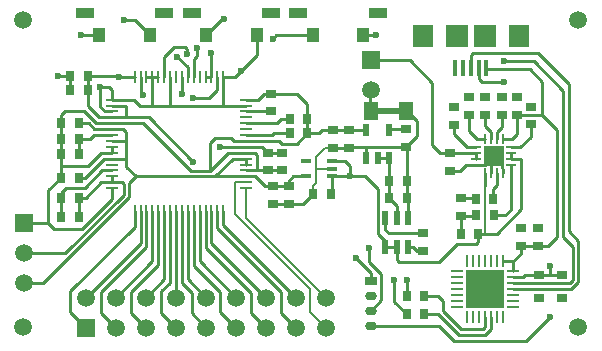
<source format=gtl>
G04 Layer_Physical_Order=1*
G04 Layer_Color=255*
%FSLAX42Y42*%
%MOMM*%
G71*
G01*
G75*
%ADD10R,0.90X0.70*%
%ADD11R,0.80X0.90*%
%ADD12R,1.50X0.90*%
%ADD13R,1.00X1.30*%
%ADD14R,1.68X1.68*%
%ADD15R,0.82X0.26*%
%ADD16R,0.26X0.82*%
%ADD17R,1.00X0.25*%
%ADD18R,0.25X1.00*%
%ADD19R,0.70X0.90*%
%ADD20R,0.40X1.35*%
%ADD21R,1.80X1.90*%
%ADD22R,1.90X1.90*%
%ADD23R,0.90X0.40*%
%ADD24R,0.60X1.10*%
%ADD25R,0.56X1.27*%
%ADD26R,1.30X1.50*%
%ADD27R,3.25X3.25*%
%ADD28R,0.27X1.01*%
%ADD29R,1.01X0.27*%
%ADD30C,0.20*%
%ADD31C,0.25*%
%ADD32C,0.50*%
%ADD33O,1.00X0.75*%
%ADD34R,1.00X0.75*%
%ADD35C,1.52*%
%ADD36C,1.50*%
%ADD37R,1.50X1.50*%
%ADD38R,1.50X1.50*%
%ADD39C,0.60*%
D10*
X11710Y7993D02*
D03*
Y7843D02*
D03*
X11843D02*
D03*
Y7993D02*
D03*
X11270Y7370D02*
D03*
Y7520D02*
D03*
X11368Y7138D02*
D03*
Y6988D02*
D03*
X11957Y7765D02*
D03*
Y7915D02*
D03*
X11310Y7762D02*
D03*
Y7912D02*
D03*
X11432Y7843D02*
D03*
Y7993D02*
D03*
X11568Y7843D02*
D03*
Y7993D02*
D03*
X9910Y7245D02*
D03*
X9910Y7095D02*
D03*
X9770Y7245D02*
D03*
Y7095D02*
D03*
X10900Y7725D02*
D03*
Y7575D02*
D03*
X11040Y6845D02*
D03*
Y6695D02*
D03*
X10280Y7715D02*
D03*
Y7565D02*
D03*
X10420Y7715D02*
D03*
Y7565D02*
D03*
X9730Y7375D02*
D03*
Y7525D02*
D03*
X9760Y7875D02*
D03*
Y8025D02*
D03*
X9850Y7375D02*
D03*
Y7525D02*
D03*
X11870Y6885D02*
D03*
X11870Y6735D02*
D03*
X12020Y6885D02*
D03*
Y6735D02*
D03*
X12220Y6295D02*
D03*
X12220Y6490D02*
D03*
X12030Y6295D02*
D03*
X12030Y6490D02*
D03*
D11*
X11638Y7135D02*
D03*
X11497Y7135D02*
D03*
X11368Y6835D02*
D03*
X11507D02*
D03*
D12*
X8180Y8705D02*
D03*
X8855D02*
D03*
X9085D02*
D03*
X9760D02*
D03*
X9985D02*
D03*
X10660D02*
D03*
D13*
X8305Y8520D02*
D03*
X8730Y8520D02*
D03*
X9210Y8520D02*
D03*
X9635Y8520D02*
D03*
X10110Y8520D02*
D03*
X10535Y8520D02*
D03*
D14*
X11643Y7495D02*
D03*
D15*
X11788Y7570D02*
D03*
Y7520D02*
D03*
X11788Y7470D02*
D03*
X11788Y7420D02*
D03*
X11497Y7420D02*
D03*
Y7470D02*
D03*
Y7520D02*
D03*
X11497Y7570D02*
D03*
D16*
X11568Y7640D02*
D03*
X11618Y7640D02*
D03*
X11668Y7640D02*
D03*
X11718D02*
D03*
Y7350D02*
D03*
X11668Y7350D02*
D03*
X11618D02*
D03*
X11568Y7350D02*
D03*
D17*
X8407Y7225D02*
D03*
Y7275D02*
D03*
X8407Y7325D02*
D03*
Y7375D02*
D03*
X8407Y7425D02*
D03*
Y7475D02*
D03*
Y7525D02*
D03*
Y7575D02*
D03*
Y7625D02*
D03*
Y7675D02*
D03*
Y7725D02*
D03*
Y7775D02*
D03*
Y7825D02*
D03*
Y7875D02*
D03*
X8407Y7925D02*
D03*
Y7975D02*
D03*
X9547Y7975D02*
D03*
Y7925D02*
D03*
Y7875D02*
D03*
Y7825D02*
D03*
Y7775D02*
D03*
Y7725D02*
D03*
Y7675D02*
D03*
Y7625D02*
D03*
Y7575D02*
D03*
Y7525D02*
D03*
Y7475D02*
D03*
Y7425D02*
D03*
Y7375D02*
D03*
Y7325D02*
D03*
Y7275D02*
D03*
Y7225D02*
D03*
D18*
X8603Y8170D02*
D03*
X8653D02*
D03*
X8703D02*
D03*
X8753D02*
D03*
X8803D02*
D03*
X8853D02*
D03*
X8903D02*
D03*
X8953D02*
D03*
X9003D02*
D03*
X9053D02*
D03*
X9103D02*
D03*
X9153D02*
D03*
X9203D02*
D03*
X9253D02*
D03*
X9303D02*
D03*
X9353D02*
D03*
X9353Y7030D02*
D03*
X9303D02*
D03*
X9253D02*
D03*
X9203D02*
D03*
X9153Y7030D02*
D03*
X9103D02*
D03*
X9053D02*
D03*
X9003Y7030D02*
D03*
X8953D02*
D03*
X8903Y7030D02*
D03*
X8853D02*
D03*
X8803D02*
D03*
X8753Y7030D02*
D03*
X8703D02*
D03*
X8653Y7030D02*
D03*
X8603D02*
D03*
D19*
X8128Y7645D02*
D03*
X7978D02*
D03*
X8128Y7518D02*
D03*
X7978D02*
D03*
X8128Y6978D02*
D03*
X7978Y6978D02*
D03*
X8128Y7773D02*
D03*
X7978D02*
D03*
X8058Y8057D02*
D03*
X8207D02*
D03*
X8057Y8172D02*
D03*
X8207Y8172D02*
D03*
X11643Y6995D02*
D03*
X11493D02*
D03*
X7978Y7145D02*
D03*
X8128Y7145D02*
D03*
X8128Y7315D02*
D03*
X7978D02*
D03*
X10265Y7180D02*
D03*
X10115D02*
D03*
X10905Y7140D02*
D03*
X10755Y7140D02*
D03*
X10905Y7290D02*
D03*
X10755D02*
D03*
X9915Y7690D02*
D03*
X10065D02*
D03*
X9915Y7810D02*
D03*
X10065D02*
D03*
X10905Y6310D02*
D03*
X11055Y6310D02*
D03*
X10905Y6160D02*
D03*
X11055Y6160D02*
D03*
D20*
X11579Y8246D02*
D03*
X11514D02*
D03*
X11449D02*
D03*
X11384D02*
D03*
X11319D02*
D03*
D21*
X11854Y8514D02*
D03*
X11044D02*
D03*
D22*
X11569D02*
D03*
X11329D02*
D03*
D23*
X10050Y7325D02*
D03*
Y7455D02*
D03*
X10270D02*
D03*
Y7390D02*
D03*
Y7325D02*
D03*
D24*
X10565Y7720D02*
D03*
X10755D02*
D03*
Y7480D02*
D03*
X10660D02*
D03*
X10565D02*
D03*
D25*
X10914Y6728D02*
D03*
X10820D02*
D03*
X10726D02*
D03*
Y6972D02*
D03*
X10820D02*
D03*
X10914D02*
D03*
D26*
X10600Y7880D02*
D03*
X10900D02*
D03*
D27*
X11570Y6370D02*
D03*
D28*
X11720Y6134D02*
D03*
X11670D02*
D03*
X11620D02*
D03*
X11570D02*
D03*
X11520D02*
D03*
X11470D02*
D03*
X11420D02*
D03*
Y6606D02*
D03*
X11470D02*
D03*
X11520D02*
D03*
X11570D02*
D03*
X11620D02*
D03*
X11670D02*
D03*
X11720D02*
D03*
D29*
X11334Y6220D02*
D03*
Y6270D02*
D03*
Y6320D02*
D03*
Y6370D02*
D03*
Y6420D02*
D03*
Y6470D02*
D03*
Y6520D02*
D03*
X11806D02*
D03*
Y6470D02*
D03*
Y6420D02*
D03*
Y6370D02*
D03*
Y6320D02*
D03*
Y6270D02*
D03*
Y6220D02*
D03*
D30*
X9455Y7005D02*
Y7275D01*
Y7005D02*
X10090Y6370D01*
X9455Y7275D02*
X9547D01*
Y6974D02*
X10222Y6299D01*
X9547Y6974D02*
Y7225D01*
X10115Y7180D02*
Y7245D01*
X10140Y7270D01*
Y7390D01*
X11568Y6835D02*
Y7245D01*
X10090Y6177D02*
X10222Y6045D01*
X10090Y6177D02*
Y6370D01*
X10140Y7390D02*
X10270D01*
X10140D02*
Y7490D01*
X10215Y7565D01*
X10280D01*
D31*
X10933Y8307D02*
X11123Y8117D01*
Y7587D02*
Y8117D01*
Y7587D02*
X11190Y7520D01*
X8653Y8035D02*
X8675Y8012D01*
X8753Y7925D02*
Y8170D01*
X10600Y6438D02*
Y6510D01*
X10480Y6630D02*
X10600Y6510D01*
X10962Y6728D02*
X10995Y6695D01*
X10914Y6728D02*
X10962D01*
X10995Y6695D02*
X11040D01*
X10820Y6620D02*
X10840Y6600D01*
X9285Y7325D02*
X9547D01*
X9285D02*
X9435Y7475D01*
X8557Y7267D02*
X8615Y7325D01*
X9285D01*
X10555Y7325D02*
X10660Y7220D01*
Y6841D02*
Y7220D01*
Y6841D02*
X10726Y6775D01*
X10430Y7325D02*
X10555D01*
X7670Y6930D02*
X7872D01*
Y7210D01*
Y6930D02*
X7922Y6880D01*
X8156D01*
X7670Y6676D02*
X8016D01*
X7670Y6422D02*
X7827D01*
X8407Y7131D02*
Y7225D01*
X8156Y6880D02*
X8407Y7131D01*
X8557Y7153D02*
Y7267D01*
X8510Y7170D02*
Y7260D01*
X8016Y6676D02*
X8510Y7170D01*
X7827Y6422D02*
X8557Y7153D01*
X9435Y7475D02*
X9547D01*
X8532Y7407D02*
X8615Y7325D01*
X8532Y7407D02*
Y7475D01*
X8407D02*
X8532D01*
X8495Y7275D02*
X8510Y7260D01*
X8407Y7275D02*
X8495D01*
X8320D02*
X8407D01*
X8190Y7145D02*
X8320Y7275D01*
X10726Y6728D02*
Y6775D01*
X8853Y8170D02*
Y8335D01*
X9253Y8170D02*
Y8372D01*
X9353Y7925D02*
X9418D01*
X9353D02*
Y8170D01*
X8150Y8520D02*
X8150Y8520D01*
X8305D01*
X8512Y8647D02*
X8602D01*
X8730Y8520D01*
X11497Y7470D02*
Y7520D01*
X11571Y7424D02*
X11618Y7470D01*
X11541Y7424D02*
X11571D01*
X11537Y7420D02*
X11541Y7424D01*
X11497Y7420D02*
X11537D01*
X11618Y7470D02*
X11643Y7495D01*
X11714Y7424D01*
Y7393D02*
Y7424D01*
Y7393D02*
X11718Y7390D01*
Y7350D02*
Y7390D01*
X11618Y7350D02*
Y7470D01*
X9418Y7925D02*
X9547D01*
X8903D02*
X9418D01*
Y7925D02*
Y7925D01*
X9395Y7525D02*
X9547D01*
X9420Y7650D02*
X9445Y7625D01*
X9285Y7650D02*
X9420D01*
X9445Y7625D02*
X9547D01*
X8312Y7911D02*
Y8080D01*
Y7911D02*
X8349Y7875D01*
X8468Y8170D02*
X8603D01*
X9325Y7575D02*
X9547D01*
X9053Y8170D02*
Y8250D01*
X9003Y8020D02*
Y8170D01*
X8645Y7925D02*
X8753D01*
X8595Y7975D02*
X8645Y7925D01*
X8407Y7975D02*
X8595D01*
X9303Y8055D02*
Y8170D01*
X9232Y7985D02*
X9303Y8055D01*
X9100Y7985D02*
X9232D01*
X8653Y8035D02*
Y8170D01*
X8753Y7925D02*
X8903D01*
Y8170D01*
X8753D02*
X8803D01*
X8703D02*
X8753D01*
X8190Y6299D02*
X8653Y6761D01*
X8444Y6299D02*
X8753Y6607D01*
X8698Y6299D02*
X8853Y6454D01*
X9053Y6453D02*
X9206Y6299D01*
X9153Y6607D02*
X9460Y6299D01*
X9253Y6761D02*
X9714Y6299D01*
X9353Y6914D02*
X9968Y6299D01*
X8057Y6178D02*
X8190Y6045D01*
X8057Y6178D02*
Y6353D01*
X8603Y6897D01*
X8322Y6344D02*
X8703Y6724D01*
X8322Y6167D02*
Y6344D01*
Y6167D02*
X8444Y6045D01*
X8572Y6345D02*
X8803Y6575D01*
X8572Y6171D02*
Y6345D01*
Y6171D02*
X8698Y6045D01*
X8830Y6167D02*
X8952Y6045D01*
X8830Y6167D02*
Y6353D01*
X8903Y6426D01*
X9003Y6420D02*
X9085Y6338D01*
Y6166D02*
Y6338D01*
Y6166D02*
X9206Y6045D01*
X9328Y6178D02*
X9460Y6045D01*
X9328Y6178D02*
Y6345D01*
X9103Y6570D02*
X9328Y6345D01*
X9203Y6720D02*
X9588Y6335D01*
Y6172D02*
Y6335D01*
Y6172D02*
X9714Y6045D01*
X9845Y6168D02*
X9968Y6045D01*
X9845Y6168D02*
Y6345D01*
X9303Y6888D02*
X9845Y6345D01*
X8603Y6897D02*
Y7030D01*
X8653Y6761D02*
Y7030D01*
X8703Y6724D02*
Y7030D01*
X8753Y6607D02*
Y7030D01*
X8803Y6575D02*
Y7030D01*
X8853Y6454D02*
Y7030D01*
X8903Y6426D02*
Y7030D01*
X8953Y6299D02*
Y7030D01*
X8952Y6299D02*
X8953Y6299D01*
X9003Y6420D02*
Y7030D01*
X9053Y6453D02*
Y7030D01*
X9103Y6570D02*
Y7030D01*
X9153Y6607D02*
Y7030D01*
X9203Y6720D02*
Y7030D01*
X9253Y6761D02*
Y7030D01*
X9303Y6888D02*
Y7030D01*
X9353Y6914D02*
Y7030D01*
X8407Y7275D02*
Y7325D01*
Y7275D02*
X8407Y7275D01*
X8407Y7375D02*
X8407Y7375D01*
X8505Y7725D02*
X8532Y7697D01*
X8407Y7725D02*
X8505D01*
X8407Y7625D02*
X8532D01*
Y7697D01*
Y7475D02*
Y7625D01*
X9547Y7425D02*
Y7475D01*
X8407Y7975D02*
Y8057D01*
X8385Y8080D02*
X8407Y8057D01*
X8312Y8080D02*
X8385D01*
X8349Y7875D02*
X8407D01*
X8530Y7825D02*
Y7925D01*
X8407D02*
X8530D01*
X9203Y8170D02*
X9253D01*
X9053Y8170D02*
X9053Y8170D01*
X8128Y7518D02*
Y7645D01*
X8228D01*
X8257Y7675D01*
X8407D01*
X7978Y7518D02*
Y7645D01*
Y7773D01*
X8407Y7525D02*
Y7575D01*
X7978Y7315D02*
Y7416D01*
Y7518D01*
Y6978D02*
Y7145D01*
X7978Y7145D01*
Y7182D01*
X8025Y7230D01*
X8185D01*
X8330Y7375D01*
X8407D01*
X8128Y7145D02*
X8190D01*
X8128Y6978D02*
Y7145D01*
X8128Y6978D02*
X8128Y6978D01*
X7872Y7210D02*
X7978Y7315D01*
X8128D02*
X8185D01*
X8345Y7475D01*
X8407D01*
X7978Y7416D02*
X8206D01*
X8315Y7525D01*
X8407D01*
X8260Y7725D02*
X8407D01*
X8212Y7773D02*
X8260Y7725D01*
X8128Y7773D02*
X8212D01*
X7978Y7843D02*
X8010Y7875D01*
X7978Y7773D02*
Y7843D01*
X8010Y7875D02*
X8175D01*
X8275Y7775D01*
X8407D01*
X8305Y7825D02*
X8407D01*
X8753Y8170D02*
X8753Y8170D01*
X8058Y8057D02*
Y8172D01*
X8207Y7922D02*
X8305Y7825D01*
X8207Y7922D02*
Y8057D01*
Y8172D01*
X8207Y8172D02*
X8207Y8172D01*
X8207Y8172D02*
X8465D01*
X8468Y8170D01*
X7950Y8172D02*
X8057D01*
X7950Y8172D02*
X7950Y8172D01*
X11432Y7710D02*
Y7843D01*
Y7710D02*
X11503Y7640D01*
X11568D01*
X11568Y7755D02*
Y7843D01*
Y7755D02*
X11618Y7705D01*
Y7640D02*
Y7705D01*
X11668Y7640D02*
Y7705D01*
X11710Y7747D01*
Y7843D01*
X11718Y7640D02*
X11797D01*
X11843Y7685D01*
Y7843D01*
X11957Y7660D02*
Y7765D01*
X11868Y7570D02*
X11957Y7660D01*
X11788Y7570D02*
X11868D01*
X11420D02*
X11497D01*
X11270Y7520D02*
X11497D01*
X11638Y7135D02*
Y7222D01*
X11668Y7253D01*
Y7350D01*
X11368Y6835D02*
Y6988D01*
X11368Y6988D02*
X11368Y6988D01*
X11368Y6988D02*
X11485D01*
X11493Y6995D01*
X11368Y7138D02*
X11495D01*
X11497Y7135D01*
X11788Y7470D02*
Y7520D01*
X11788Y7470D02*
X11878D01*
X11843Y7843D02*
X12055D01*
X11310Y7680D02*
Y7762D01*
Y7680D02*
X11420Y7570D01*
X11568Y7245D02*
Y7350D01*
X11507Y6835D02*
X11668D01*
X11878Y7045D01*
Y7470D01*
X11788Y7043D02*
Y7420D01*
X11643Y6995D02*
X11740D01*
X11788Y7043D01*
X8962Y8340D02*
X9053Y8250D01*
X9050Y8360D02*
Y8402D01*
X9103Y8170D02*
Y8316D01*
X9130Y8344D01*
Y8410D01*
X9032Y8420D02*
X9050Y8402D01*
X8937Y8420D02*
X9032D01*
X8853Y8335D02*
X8937Y8420D01*
X9500Y8220D02*
X9635Y8355D01*
Y8520D01*
X9450Y8170D02*
X9500Y8220D01*
X9353Y8170D02*
X9450D01*
X9345Y8655D02*
X9355D01*
X9210Y8520D02*
X9345Y8655D01*
X9770Y8490D02*
X9800Y8520D01*
X10110D01*
X10535Y8520D02*
X10650D01*
X10590Y6600D02*
Y6720D01*
X10600Y6187D02*
X10690Y6277D01*
Y6500D01*
X10590Y6600D02*
X10690Y6500D01*
X10820Y6620D02*
Y6728D01*
X10726D02*
X10820D01*
X10270Y7195D02*
Y7325D01*
X10430D01*
X10270Y7455D02*
X10385D01*
X10430Y7410D01*
Y7325D02*
Y7410D01*
X10755Y6845D02*
X11040D01*
X10726Y6874D02*
X10755Y6845D01*
X10726Y6874D02*
Y6972D01*
X10820D02*
Y7075D01*
X10755Y7140D02*
X10820Y7075D01*
X10914Y6972D02*
Y7131D01*
X10905Y7140D02*
X10914Y7131D01*
X10755Y7140D02*
Y7290D01*
X10755Y7290D01*
Y7480D01*
X10755Y7480D02*
X10755Y7480D01*
X10660Y7480D02*
X10755D01*
X10905Y7140D02*
Y7290D01*
X10905Y7290D01*
Y7570D01*
X10900Y7575D02*
X10905Y7570D01*
X10420Y7565D02*
X10430Y7575D01*
X10565Y7480D02*
Y7570D01*
X10560Y7575D02*
X10565Y7570D01*
X10430Y7575D02*
X10560D01*
X10900D01*
X10760Y7725D02*
X10900D01*
X10755Y7720D02*
X10760Y7725D01*
X10425Y7720D02*
X10565D01*
X10420Y7715D02*
X10425Y7720D01*
X10280Y7715D02*
X10420D01*
X10280Y7715D02*
X10280Y7715D01*
X10185Y7715D02*
X10280D01*
X10160Y7690D02*
X10185Y7715D01*
X10065Y7690D02*
X10160D01*
X10065D02*
Y7810D01*
Y7935D01*
X9975Y8025D02*
X10065Y7935D01*
X9760Y8025D02*
X9975D01*
X9695D02*
X9760D01*
X9645Y7975D02*
X9695Y8025D01*
X9547Y7975D02*
X9645D01*
X9547Y7875D02*
X9760D01*
X9547Y7875D02*
X9547Y7875D01*
X9547Y7775D02*
X9805D01*
X9840Y7810D01*
X9915D01*
X9547Y7675D02*
X9765D01*
X9780Y7690D01*
X9915D01*
X9915Y7690D01*
X9730Y7375D02*
X9730Y7375D01*
X9850D01*
X9547Y7325D02*
X9625D01*
X9705Y7245D01*
X9770D01*
X9910D01*
Y7290D01*
X9945Y7325D01*
X10050D01*
X9770Y7095D02*
X9910D01*
X9910Y7095D01*
X10030D01*
X10115Y7180D01*
X9547Y7525D02*
X9625D01*
X9547Y7375D02*
X9730D01*
X9640D02*
Y7510D01*
X9625Y7525D02*
X9640Y7510D01*
X9547Y7575D02*
X9680D01*
X9730Y7525D01*
X9850D01*
X9547Y7625D02*
X9828D01*
X9853Y7600D01*
X9975D01*
X10065Y7690D01*
X9240Y7605D02*
X9285Y7650D01*
X9240Y7370D02*
Y7605D01*
Y7370D02*
X9395Y7525D01*
X8407Y7825D02*
X8725D01*
X9100Y7450D01*
X8407Y7775D02*
X8675D01*
X9080Y7370D01*
X9240D01*
X11270Y7370D02*
X11360D01*
X11410Y7420D01*
X11497D01*
X10280Y7565D02*
X10420D01*
X12055Y7843D02*
Y8125D01*
X11190Y7520D02*
X11270D01*
X10592Y8045D02*
X10600Y8053D01*
X10592Y7880D02*
Y8045D01*
X10900Y7575D02*
X10990Y7665D01*
Y7798D01*
X10908Y7880D02*
X10990Y7798D01*
X10600Y8307D02*
X10933D01*
X11180Y6600D02*
X11330Y6750D01*
X10840Y6600D02*
X11180D01*
X11507Y6768D02*
Y6835D01*
X11330Y6750D02*
X11490D01*
X11507Y6768D01*
X11806Y6470D02*
X11890D01*
X11910Y6490D01*
X11720Y6606D02*
X11796D01*
X11806Y6596D01*
Y6520D02*
Y6606D01*
X11870Y6670D01*
Y6735D01*
X12020D01*
X11910Y6490D02*
X12030D01*
X11514Y8146D02*
Y8246D01*
Y8146D02*
X11540Y8120D01*
X11730D01*
X11449Y8246D02*
Y8349D01*
X11730Y8300D02*
X11980D01*
X11449Y8349D02*
X11470Y8370D01*
X12020D01*
X11579Y8246D02*
X11593Y8232D01*
X11948D01*
X12055Y8125D01*
X11806Y6370D02*
X12300D01*
X11806Y6420D02*
X12286D01*
X12300Y6370D02*
X12360Y6430D01*
X12286Y6420D02*
X12315Y6449D01*
X11550Y6030D02*
X11570Y6050D01*
Y6134D01*
X11616D02*
X11620D01*
X11569Y5985D02*
X11616Y6032D01*
Y6134D01*
X11055Y6160D02*
X11170D01*
X11345Y5985D01*
X11569D01*
X11210Y6184D02*
X11364Y6030D01*
X11550D01*
X11055Y6310D02*
X11170D01*
X11210Y6270D01*
Y6184D02*
Y6270D01*
X12360Y6430D02*
Y6780D01*
X12315Y6449D02*
Y6725D01*
X12030Y6490D02*
X12125D01*
X12220D01*
X12120Y6495D02*
X12125Y6490D01*
X12120Y6495D02*
Y6570D01*
X10800Y6265D02*
X10905Y6160D01*
Y6310D02*
Y6445D01*
X10800Y6265D02*
Y6450D01*
X12280Y6860D02*
X12360Y6780D01*
X12280Y6860D02*
Y8110D01*
X12020Y8370D02*
X12280Y8110D01*
X12230Y6810D02*
X12315Y6725D01*
X12230Y6810D02*
Y8050D01*
X11980Y8300D02*
X12230Y8050D01*
X12020Y6735D02*
X12105D01*
X12180Y6810D01*
Y7718D01*
X12055Y7843D02*
X12180Y7718D01*
X11178Y6062D02*
X11310Y5930D01*
X10600Y6062D02*
X11178D01*
X11310Y5930D02*
X11916D01*
X12120Y6134D01*
D32*
X10650Y7880D02*
X10850D01*
D33*
X10600Y6062D02*
D03*
Y6187D02*
D03*
Y6313D02*
D03*
D34*
Y6438D02*
D03*
D35*
X7660Y6050D02*
D03*
Y8650D02*
D03*
X12360D02*
D03*
Y6050D02*
D03*
D36*
X8190Y6299D02*
D03*
X8444Y6045D02*
D03*
Y6299D02*
D03*
X8698Y6045D02*
D03*
Y6299D02*
D03*
X8952Y6045D02*
D03*
Y6299D02*
D03*
X9206Y6045D02*
D03*
Y6299D02*
D03*
X9460Y6045D02*
D03*
Y6299D02*
D03*
X9714Y6045D02*
D03*
Y6299D02*
D03*
X9968Y6045D02*
D03*
X9968Y6299D02*
D03*
X10222Y6045D02*
D03*
Y6299D02*
D03*
X10600Y8053D02*
D03*
X7670Y6422D02*
D03*
Y6676D02*
D03*
D37*
X8190Y6045D02*
D03*
D38*
X10600Y8307D02*
D03*
X7670Y6930D02*
D03*
D39*
X8675Y8012D02*
D03*
X9253Y8372D02*
D03*
X8962Y8340D02*
D03*
X10480Y6630D02*
D03*
X10590Y6720D02*
D03*
X8512Y8647D02*
D03*
X8150Y8520D02*
D03*
X8312Y8080D02*
D03*
X8468Y8170D02*
D03*
X9325Y7575D02*
D03*
X9003Y8020D02*
D03*
X9100Y7985D02*
D03*
X7950Y8172D02*
D03*
X9130Y8410D02*
D03*
X9050Y8360D02*
D03*
X9500Y8220D02*
D03*
X9355Y8655D02*
D03*
X9770Y8490D02*
D03*
X10650Y8520D02*
D03*
X10430Y7325D02*
D03*
X9100Y7450D02*
D03*
X11730Y8120D02*
D03*
Y8300D02*
D03*
X12120Y6570D02*
D03*
X10905Y6445D02*
D03*
X10800D02*
D03*
X12120Y6134D02*
D03*
M02*

</source>
